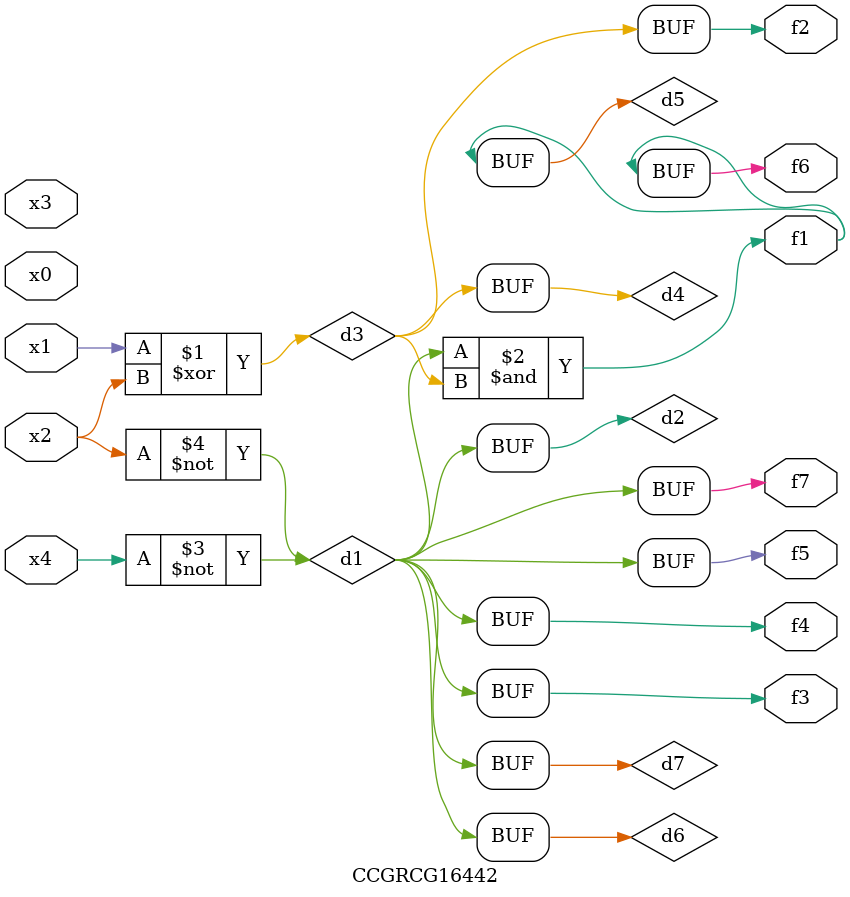
<source format=v>
module CCGRCG16442(
	input x0, x1, x2, x3, x4,
	output f1, f2, f3, f4, f5, f6, f7
);

	wire d1, d2, d3, d4, d5, d6, d7;

	not (d1, x4);
	not (d2, x2);
	xor (d3, x1, x2);
	buf (d4, d3);
	and (d5, d1, d3);
	buf (d6, d1, d2);
	buf (d7, d2);
	assign f1 = d5;
	assign f2 = d4;
	assign f3 = d7;
	assign f4 = d7;
	assign f5 = d7;
	assign f6 = d5;
	assign f7 = d7;
endmodule

</source>
